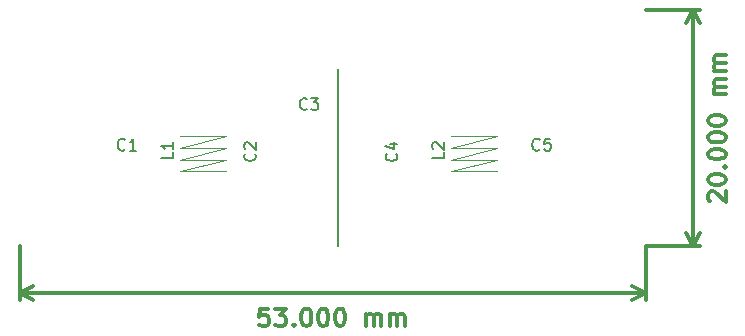
<source format=gbr>
G04 #@! TF.GenerationSoftware,KiCad,Pcbnew,(5.0.2)-1*
G04 #@! TF.CreationDate,2019-05-10T14:36:23+02:00*
G04 #@! TF.ProjectId,137Mhz-BandPass-Filter,3133374d-687a-42d4-9261-6e6450617373,rev?*
G04 #@! TF.SameCoordinates,Original*
G04 #@! TF.FileFunction,Legend,Top*
G04 #@! TF.FilePolarity,Positive*
%FSLAX46Y46*%
G04 Gerber Fmt 4.6, Leading zero omitted, Abs format (unit mm)*
G04 Created by KiCad (PCBNEW (5.0.2)-1) date 05/10/19 14:36:23*
%MOMM*%
%LPD*%
G01*
G04 APERTURE LIST*
%ADD10C,0.300000*%
%ADD11C,0.200000*%
%ADD12C,0.120000*%
%ADD13C,0.150000*%
G04 APERTURE END LIST*
D10*
X165421428Y-126214285D02*
X165350000Y-126142857D01*
X165278571Y-126000000D01*
X165278571Y-125642857D01*
X165350000Y-125500000D01*
X165421428Y-125428571D01*
X165564285Y-125357142D01*
X165707142Y-125357142D01*
X165921428Y-125428571D01*
X166778571Y-126285714D01*
X166778571Y-125357142D01*
X165278571Y-124428571D02*
X165278571Y-124285714D01*
X165350000Y-124142857D01*
X165421428Y-124071428D01*
X165564285Y-124000000D01*
X165850000Y-123928571D01*
X166207142Y-123928571D01*
X166492857Y-124000000D01*
X166635714Y-124071428D01*
X166707142Y-124142857D01*
X166778571Y-124285714D01*
X166778571Y-124428571D01*
X166707142Y-124571428D01*
X166635714Y-124642857D01*
X166492857Y-124714285D01*
X166207142Y-124785714D01*
X165850000Y-124785714D01*
X165564285Y-124714285D01*
X165421428Y-124642857D01*
X165350000Y-124571428D01*
X165278571Y-124428571D01*
X166635714Y-123285714D02*
X166707142Y-123214285D01*
X166778571Y-123285714D01*
X166707142Y-123357142D01*
X166635714Y-123285714D01*
X166778571Y-123285714D01*
X165278571Y-122285714D02*
X165278571Y-122142857D01*
X165350000Y-122000000D01*
X165421428Y-121928571D01*
X165564285Y-121857142D01*
X165850000Y-121785714D01*
X166207142Y-121785714D01*
X166492857Y-121857142D01*
X166635714Y-121928571D01*
X166707142Y-122000000D01*
X166778571Y-122142857D01*
X166778571Y-122285714D01*
X166707142Y-122428571D01*
X166635714Y-122500000D01*
X166492857Y-122571428D01*
X166207142Y-122642857D01*
X165850000Y-122642857D01*
X165564285Y-122571428D01*
X165421428Y-122500000D01*
X165350000Y-122428571D01*
X165278571Y-122285714D01*
X165278571Y-120857142D02*
X165278571Y-120714285D01*
X165350000Y-120571428D01*
X165421428Y-120500000D01*
X165564285Y-120428571D01*
X165850000Y-120357142D01*
X166207142Y-120357142D01*
X166492857Y-120428571D01*
X166635714Y-120500000D01*
X166707142Y-120571428D01*
X166778571Y-120714285D01*
X166778571Y-120857142D01*
X166707142Y-121000000D01*
X166635714Y-121071428D01*
X166492857Y-121142857D01*
X166207142Y-121214285D01*
X165850000Y-121214285D01*
X165564285Y-121142857D01*
X165421428Y-121071428D01*
X165350000Y-121000000D01*
X165278571Y-120857142D01*
X165278571Y-119428571D02*
X165278571Y-119285714D01*
X165350000Y-119142857D01*
X165421428Y-119071428D01*
X165564285Y-119000000D01*
X165850000Y-118928571D01*
X166207142Y-118928571D01*
X166492857Y-119000000D01*
X166635714Y-119071428D01*
X166707142Y-119142857D01*
X166778571Y-119285714D01*
X166778571Y-119428571D01*
X166707142Y-119571428D01*
X166635714Y-119642857D01*
X166492857Y-119714285D01*
X166207142Y-119785714D01*
X165850000Y-119785714D01*
X165564285Y-119714285D01*
X165421428Y-119642857D01*
X165350000Y-119571428D01*
X165278571Y-119428571D01*
X166778571Y-117142857D02*
X165778571Y-117142857D01*
X165921428Y-117142857D02*
X165850000Y-117071428D01*
X165778571Y-116928571D01*
X165778571Y-116714285D01*
X165850000Y-116571428D01*
X165992857Y-116500000D01*
X166778571Y-116500000D01*
X165992857Y-116500000D02*
X165850000Y-116428571D01*
X165778571Y-116285714D01*
X165778571Y-116071428D01*
X165850000Y-115928571D01*
X165992857Y-115857142D01*
X166778571Y-115857142D01*
X166778571Y-115142857D02*
X165778571Y-115142857D01*
X165921428Y-115142857D02*
X165850000Y-115071428D01*
X165778571Y-114928571D01*
X165778571Y-114714285D01*
X165850000Y-114571428D01*
X165992857Y-114500000D01*
X166778571Y-114500000D01*
X165992857Y-114500000D02*
X165850000Y-114428571D01*
X165778571Y-114285714D01*
X165778571Y-114071428D01*
X165850000Y-113928571D01*
X165992857Y-113857142D01*
X166778571Y-113857142D01*
X164000000Y-130000000D02*
X164000000Y-110000000D01*
X160000000Y-130000000D02*
X164586421Y-130000000D01*
X160000000Y-110000000D02*
X164586421Y-110000000D01*
X164000000Y-110000000D02*
X164586421Y-111126504D01*
X164000000Y-110000000D02*
X163413579Y-111126504D01*
X164000000Y-130000000D02*
X164586421Y-128873496D01*
X164000000Y-130000000D02*
X163413579Y-128873496D01*
X128071428Y-135278571D02*
X127357142Y-135278571D01*
X127285714Y-135992857D01*
X127357142Y-135921428D01*
X127500000Y-135850000D01*
X127857142Y-135850000D01*
X128000000Y-135921428D01*
X128071428Y-135992857D01*
X128142857Y-136135714D01*
X128142857Y-136492857D01*
X128071428Y-136635714D01*
X128000000Y-136707142D01*
X127857142Y-136778571D01*
X127500000Y-136778571D01*
X127357142Y-136707142D01*
X127285714Y-136635714D01*
X128642857Y-135278571D02*
X129571428Y-135278571D01*
X129071428Y-135850000D01*
X129285714Y-135850000D01*
X129428571Y-135921428D01*
X129500000Y-135992857D01*
X129571428Y-136135714D01*
X129571428Y-136492857D01*
X129500000Y-136635714D01*
X129428571Y-136707142D01*
X129285714Y-136778571D01*
X128857142Y-136778571D01*
X128714285Y-136707142D01*
X128642857Y-136635714D01*
X130214285Y-136635714D02*
X130285714Y-136707142D01*
X130214285Y-136778571D01*
X130142857Y-136707142D01*
X130214285Y-136635714D01*
X130214285Y-136778571D01*
X131214285Y-135278571D02*
X131357142Y-135278571D01*
X131500000Y-135350000D01*
X131571428Y-135421428D01*
X131642857Y-135564285D01*
X131714285Y-135850000D01*
X131714285Y-136207142D01*
X131642857Y-136492857D01*
X131571428Y-136635714D01*
X131500000Y-136707142D01*
X131357142Y-136778571D01*
X131214285Y-136778571D01*
X131071428Y-136707142D01*
X131000000Y-136635714D01*
X130928571Y-136492857D01*
X130857142Y-136207142D01*
X130857142Y-135850000D01*
X130928571Y-135564285D01*
X131000000Y-135421428D01*
X131071428Y-135350000D01*
X131214285Y-135278571D01*
X132642857Y-135278571D02*
X132785714Y-135278571D01*
X132928571Y-135350000D01*
X133000000Y-135421428D01*
X133071428Y-135564285D01*
X133142857Y-135850000D01*
X133142857Y-136207142D01*
X133071428Y-136492857D01*
X133000000Y-136635714D01*
X132928571Y-136707142D01*
X132785714Y-136778571D01*
X132642857Y-136778571D01*
X132500000Y-136707142D01*
X132428571Y-136635714D01*
X132357142Y-136492857D01*
X132285714Y-136207142D01*
X132285714Y-135850000D01*
X132357142Y-135564285D01*
X132428571Y-135421428D01*
X132500000Y-135350000D01*
X132642857Y-135278571D01*
X134071428Y-135278571D02*
X134214285Y-135278571D01*
X134357142Y-135350000D01*
X134428571Y-135421428D01*
X134500000Y-135564285D01*
X134571428Y-135850000D01*
X134571428Y-136207142D01*
X134500000Y-136492857D01*
X134428571Y-136635714D01*
X134357142Y-136707142D01*
X134214285Y-136778571D01*
X134071428Y-136778571D01*
X133928571Y-136707142D01*
X133857142Y-136635714D01*
X133785714Y-136492857D01*
X133714285Y-136207142D01*
X133714285Y-135850000D01*
X133785714Y-135564285D01*
X133857142Y-135421428D01*
X133928571Y-135350000D01*
X134071428Y-135278571D01*
X136357142Y-136778571D02*
X136357142Y-135778571D01*
X136357142Y-135921428D02*
X136428571Y-135850000D01*
X136571428Y-135778571D01*
X136785714Y-135778571D01*
X136928571Y-135850000D01*
X137000000Y-135992857D01*
X137000000Y-136778571D01*
X137000000Y-135992857D02*
X137071428Y-135850000D01*
X137214285Y-135778571D01*
X137428571Y-135778571D01*
X137571428Y-135850000D01*
X137642857Y-135992857D01*
X137642857Y-136778571D01*
X138357142Y-136778571D02*
X138357142Y-135778571D01*
X138357142Y-135921428D02*
X138428571Y-135850000D01*
X138571428Y-135778571D01*
X138785714Y-135778571D01*
X138928571Y-135850000D01*
X139000000Y-135992857D01*
X139000000Y-136778571D01*
X139000000Y-135992857D02*
X139071428Y-135850000D01*
X139214285Y-135778571D01*
X139428571Y-135778571D01*
X139571428Y-135850000D01*
X139642857Y-135992857D01*
X139642857Y-136778571D01*
X160000000Y-134000000D02*
X107000000Y-134000000D01*
X160000000Y-130000000D02*
X160000000Y-134586421D01*
X107000000Y-130000000D02*
X107000000Y-134586421D01*
X107000000Y-134000000D02*
X108126504Y-133413579D01*
X107000000Y-134000000D02*
X108126504Y-134586421D01*
X160000000Y-134000000D02*
X158873496Y-133413579D01*
X160000000Y-134000000D02*
X158873496Y-134586421D01*
D11*
X134000000Y-115000000D02*
X134000000Y-130000000D01*
D12*
G04 #@! TO.C,L1*
X124450000Y-122665000D02*
X120550000Y-123615000D01*
X124450000Y-121665000D02*
X120550000Y-122665000D01*
X124450000Y-120715000D02*
X120550000Y-121665000D01*
X124450000Y-122665000D02*
X120550000Y-122665000D01*
X124450000Y-121665000D02*
X120550000Y-121665000D01*
X124450000Y-120715000D02*
X120550000Y-120715000D01*
X120550000Y-123615000D02*
X124450000Y-123615000D01*
G04 #@! TO.C,L2*
X143550000Y-123615000D02*
X147450000Y-123615000D01*
X147450000Y-120715000D02*
X143550000Y-120715000D01*
X147450000Y-121665000D02*
X143550000Y-121665000D01*
X147450000Y-122665000D02*
X143550000Y-122665000D01*
X147450000Y-120715000D02*
X143550000Y-121665000D01*
X147450000Y-121665000D02*
X143550000Y-122665000D01*
X147450000Y-122665000D02*
X143550000Y-123615000D01*
G04 #@! TO.C,C3*
D13*
X131333333Y-118357142D02*
X131285714Y-118404761D01*
X131142857Y-118452380D01*
X131047619Y-118452380D01*
X130904761Y-118404761D01*
X130809523Y-118309523D01*
X130761904Y-118214285D01*
X130714285Y-118023809D01*
X130714285Y-117880952D01*
X130761904Y-117690476D01*
X130809523Y-117595238D01*
X130904761Y-117500000D01*
X131047619Y-117452380D01*
X131142857Y-117452380D01*
X131285714Y-117500000D01*
X131333333Y-117547619D01*
X131666666Y-117452380D02*
X132285714Y-117452380D01*
X131952380Y-117833333D01*
X132095238Y-117833333D01*
X132190476Y-117880952D01*
X132238095Y-117928571D01*
X132285714Y-118023809D01*
X132285714Y-118261904D01*
X132238095Y-118357142D01*
X132190476Y-118404761D01*
X132095238Y-118452380D01*
X131809523Y-118452380D01*
X131714285Y-118404761D01*
X131666666Y-118357142D01*
G04 #@! TO.C,C1*
X115933333Y-121807142D02*
X115885714Y-121854761D01*
X115742857Y-121902380D01*
X115647619Y-121902380D01*
X115504761Y-121854761D01*
X115409523Y-121759523D01*
X115361904Y-121664285D01*
X115314285Y-121473809D01*
X115314285Y-121330952D01*
X115361904Y-121140476D01*
X115409523Y-121045238D01*
X115504761Y-120950000D01*
X115647619Y-120902380D01*
X115742857Y-120902380D01*
X115885714Y-120950000D01*
X115933333Y-120997619D01*
X116885714Y-121902380D02*
X116314285Y-121902380D01*
X116600000Y-121902380D02*
X116600000Y-120902380D01*
X116504761Y-121045238D01*
X116409523Y-121140476D01*
X116314285Y-121188095D01*
G04 #@! TO.C,C2*
X126907142Y-122166666D02*
X126954761Y-122214285D01*
X127002380Y-122357142D01*
X127002380Y-122452380D01*
X126954761Y-122595238D01*
X126859523Y-122690476D01*
X126764285Y-122738095D01*
X126573809Y-122785714D01*
X126430952Y-122785714D01*
X126240476Y-122738095D01*
X126145238Y-122690476D01*
X126050000Y-122595238D01*
X126002380Y-122452380D01*
X126002380Y-122357142D01*
X126050000Y-122214285D01*
X126097619Y-122166666D01*
X126097619Y-121785714D02*
X126050000Y-121738095D01*
X126002380Y-121642857D01*
X126002380Y-121404761D01*
X126050000Y-121309523D01*
X126097619Y-121261904D01*
X126192857Y-121214285D01*
X126288095Y-121214285D01*
X126430952Y-121261904D01*
X127002380Y-121833333D01*
X127002380Y-121214285D01*
G04 #@! TO.C,L1*
X119992380Y-122066666D02*
X119992380Y-122542857D01*
X118992380Y-122542857D01*
X119992380Y-121209523D02*
X119992380Y-121780952D01*
X119992380Y-121495238D02*
X118992380Y-121495238D01*
X119135238Y-121590476D01*
X119230476Y-121685714D01*
X119278095Y-121780952D01*
G04 #@! TO.C,L2*
X142942380Y-122066666D02*
X142942380Y-122542857D01*
X141942380Y-122542857D01*
X142037619Y-121780952D02*
X141990000Y-121733333D01*
X141942380Y-121638095D01*
X141942380Y-121400000D01*
X141990000Y-121304761D01*
X142037619Y-121257142D01*
X142132857Y-121209523D01*
X142228095Y-121209523D01*
X142370952Y-121257142D01*
X142942380Y-121828571D01*
X142942380Y-121209523D01*
G04 #@! TO.C,C4*
X138907142Y-122166666D02*
X138954761Y-122214285D01*
X139002380Y-122357142D01*
X139002380Y-122452380D01*
X138954761Y-122595238D01*
X138859523Y-122690476D01*
X138764285Y-122738095D01*
X138573809Y-122785714D01*
X138430952Y-122785714D01*
X138240476Y-122738095D01*
X138145238Y-122690476D01*
X138050000Y-122595238D01*
X138002380Y-122452380D01*
X138002380Y-122357142D01*
X138050000Y-122214285D01*
X138097619Y-122166666D01*
X138335714Y-121309523D02*
X139002380Y-121309523D01*
X137954761Y-121547619D02*
X138669047Y-121785714D01*
X138669047Y-121166666D01*
G04 #@! TO.C,C5*
X151033333Y-121807142D02*
X150985714Y-121854761D01*
X150842857Y-121902380D01*
X150747619Y-121902380D01*
X150604761Y-121854761D01*
X150509523Y-121759523D01*
X150461904Y-121664285D01*
X150414285Y-121473809D01*
X150414285Y-121330952D01*
X150461904Y-121140476D01*
X150509523Y-121045238D01*
X150604761Y-120950000D01*
X150747619Y-120902380D01*
X150842857Y-120902380D01*
X150985714Y-120950000D01*
X151033333Y-120997619D01*
X151938095Y-120902380D02*
X151461904Y-120902380D01*
X151414285Y-121378571D01*
X151461904Y-121330952D01*
X151557142Y-121283333D01*
X151795238Y-121283333D01*
X151890476Y-121330952D01*
X151938095Y-121378571D01*
X151985714Y-121473809D01*
X151985714Y-121711904D01*
X151938095Y-121807142D01*
X151890476Y-121854761D01*
X151795238Y-121902380D01*
X151557142Y-121902380D01*
X151461904Y-121854761D01*
X151414285Y-121807142D01*
G04 #@! TD*
M02*

</source>
